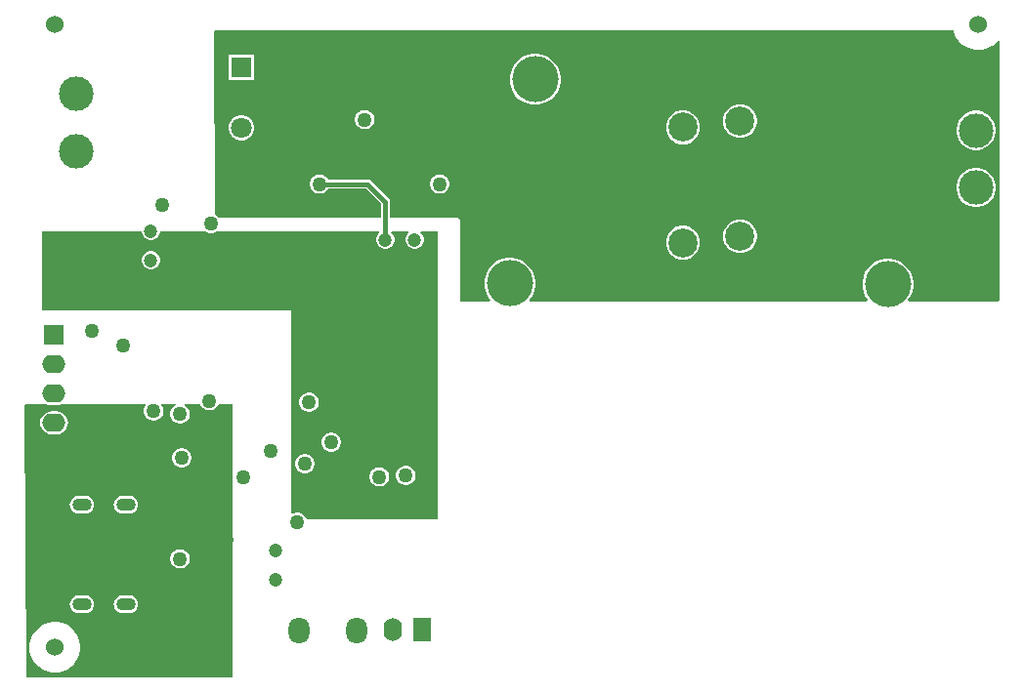
<source format=gbr>
G04*
G04 #@! TF.GenerationSoftware,Altium Limited,Altium Designer,23.0.1 (38)*
G04*
G04 Layer_Physical_Order=3*
G04 Layer_Color=16440176*
%FSLAX25Y25*%
%MOIN*%
G70*
G04*
G04 #@! TF.SameCoordinates,8278F28E-5B15-4BE8-8149-663F5D52C5DE*
G04*
G04*
G04 #@! TF.FilePolarity,Positive*
G04*
G01*
G75*
%ADD62C,0.01500*%
%ADD63O,0.06693X0.04331*%
%ADD64C,0.06000*%
%ADD65C,0.11811*%
%ADD66C,0.09937*%
%ADD67C,0.15748*%
%ADD68R,0.07087X0.07087*%
%ADD69C,0.07087*%
%ADD70R,0.07087X0.07087*%
%ADD71O,0.07874X0.06299*%
%ADD72O,0.07087X0.09055*%
%ADD73R,0.06299X0.07874*%
%ADD74O,0.06299X0.07874*%
%ADD75C,0.04724*%
%ADD76C,0.05000*%
G36*
X145500Y55500D02*
X100635D01*
X100563Y55769D01*
X100131Y56519D01*
X99519Y57131D01*
X98769Y57563D01*
X97933Y57787D01*
X97067D01*
X96231Y57563D01*
X95933Y57391D01*
X95500Y57641D01*
Y127000D01*
X10500D01*
Y154000D01*
X44350D01*
Y153585D01*
X44565Y152784D01*
X44980Y152066D01*
X45566Y151480D01*
X46284Y151065D01*
X47085Y150850D01*
X47915D01*
X48716Y151065D01*
X49434Y151480D01*
X50020Y152066D01*
X50435Y152784D01*
X50650Y153585D01*
Y154000D01*
X65851D01*
X65982Y153869D01*
X66731Y153437D01*
X67567Y153213D01*
X68433D01*
X69269Y153437D01*
X70019Y153869D01*
X70149Y154000D01*
X125397D01*
X125540Y153593D01*
X125546Y153500D01*
X124980Y152934D01*
X124565Y152216D01*
X124350Y151415D01*
Y150585D01*
X124565Y149784D01*
X124980Y149066D01*
X125566Y148480D01*
X126284Y148065D01*
X127085Y147850D01*
X127915D01*
X128716Y148065D01*
X129434Y148480D01*
X130020Y149066D01*
X130435Y149784D01*
X130650Y150585D01*
Y151415D01*
X130435Y152216D01*
X130020Y152934D01*
X129454Y153500D01*
X129460Y153593D01*
X129603Y154000D01*
X135397D01*
X135540Y153593D01*
X135546Y153500D01*
X134980Y152934D01*
X134565Y152216D01*
X134350Y151415D01*
Y150585D01*
X134565Y149784D01*
X134980Y149066D01*
X135566Y148480D01*
X136284Y148065D01*
X137085Y147850D01*
X137915D01*
X138716Y148065D01*
X139434Y148480D01*
X140020Y149066D01*
X140435Y149784D01*
X140650Y150585D01*
Y151415D01*
X140435Y152216D01*
X140020Y152934D01*
X139454Y153500D01*
X139460Y153593D01*
X139603Y154000D01*
X145500D01*
Y55500D01*
D02*
G37*
G36*
X321443Y221883D02*
X322096Y220307D01*
X323044Y218888D01*
X324250Y217682D01*
X325669Y216734D01*
X327245Y216081D01*
X328919Y215748D01*
X330625D01*
X332298Y216081D01*
X333874Y216734D01*
X335293Y217682D01*
X336499Y218888D01*
X336522Y218921D01*
X337000Y218776D01*
Y130153D01*
X336538Y129962D01*
X336500Y130000D01*
X306042D01*
X305775Y130500D01*
X306569Y131689D01*
X307222Y133265D01*
X307555Y134938D01*
Y136644D01*
X307222Y138318D01*
X306569Y139894D01*
X305622Y141313D01*
X304415Y142519D01*
X302996Y143467D01*
X301420Y144120D01*
X299747Y144453D01*
X298041D01*
X296367Y144120D01*
X294791Y143467D01*
X293372Y142519D01*
X292166Y141313D01*
X291218Y139894D01*
X290565Y138318D01*
X290232Y136644D01*
Y134938D01*
X290565Y133265D01*
X291218Y131689D01*
X292012Y130500D01*
X291745Y130000D01*
X176824D01*
X176632Y130462D01*
X176673Y130502D01*
X177620Y131921D01*
X178273Y133497D01*
X178606Y135171D01*
Y136877D01*
X178273Y138550D01*
X177620Y140126D01*
X176673Y141545D01*
X175466Y142751D01*
X174048Y143699D01*
X172471Y144352D01*
X170798Y144685D01*
X169092D01*
X167418Y144352D01*
X165842Y143699D01*
X164424Y142751D01*
X163217Y141545D01*
X162269Y140126D01*
X161616Y138550D01*
X161284Y136877D01*
Y135171D01*
X161616Y133497D01*
X162269Y131921D01*
X163217Y130502D01*
X163258Y130462D01*
X163066Y130000D01*
X153000D01*
Y158000D01*
X152500Y158500D01*
X129068D01*
Y164000D01*
X128948Y164600D01*
X128608Y165108D01*
X122608Y171108D01*
X122100Y171448D01*
X121500Y171567D01*
X107891D01*
X107631Y172019D01*
X107018Y172631D01*
X106269Y173063D01*
X105433Y173287D01*
X104567D01*
X103731Y173063D01*
X102981Y172631D01*
X102369Y172019D01*
X101937Y171269D01*
X101713Y170433D01*
Y169567D01*
X101937Y168731D01*
X102369Y167982D01*
X102981Y167369D01*
X103731Y166937D01*
X104567Y166713D01*
X105433D01*
X106269Y166937D01*
X107018Y167369D01*
X107631Y167982D01*
X107891Y168432D01*
X120851D01*
X125933Y163351D01*
Y158500D01*
X70641D01*
X70631Y158519D01*
X70019Y159131D01*
X69493Y159434D01*
X69000Y222000D01*
X69500Y222500D01*
X321320D01*
X321443Y221883D01*
D02*
G37*
G36*
X75500Y1500D02*
X5500D01*
X5000Y2000D01*
X4373Y94645D01*
X4725Y95000D01*
X11874D01*
X12685Y94664D01*
X13713Y94529D01*
X15287D01*
X16315Y94664D01*
X17126Y95000D01*
X45698D01*
X45794Y94766D01*
X45859Y94500D01*
X45437Y93769D01*
X45213Y92933D01*
Y92067D01*
X45437Y91231D01*
X45869Y90482D01*
X46481Y89869D01*
X47231Y89437D01*
X48067Y89213D01*
X48933D01*
X49769Y89437D01*
X50519Y89869D01*
X51131Y90482D01*
X51563Y91231D01*
X51787Y92067D01*
Y92933D01*
X51563Y93769D01*
X51141Y94500D01*
X51205Y94766D01*
X51302Y95000D01*
X56009D01*
X56121Y94500D01*
X55481Y94131D01*
X54869Y93519D01*
X54437Y92769D01*
X54213Y91933D01*
Y91067D01*
X54437Y90231D01*
X54869Y89482D01*
X55481Y88869D01*
X56231Y88437D01*
X57067Y88213D01*
X57933D01*
X58769Y88437D01*
X59518Y88869D01*
X60131Y89482D01*
X60563Y90231D01*
X60787Y91067D01*
Y91933D01*
X60563Y92769D01*
X60131Y93519D01*
X59518Y94131D01*
X58879Y94500D01*
X58991Y95000D01*
X64365D01*
X64437Y94731D01*
X64869Y93981D01*
X65482Y93369D01*
X66231Y92937D01*
X67067Y92713D01*
X67933D01*
X68769Y92937D01*
X69519Y93369D01*
X70131Y93981D01*
X70563Y94731D01*
X70635Y95000D01*
X75500D01*
Y1500D01*
D02*
G37*
%LPC*%
G36*
X47915Y147150D02*
X47085D01*
X46284Y146935D01*
X45566Y146520D01*
X44980Y145934D01*
X44565Y145216D01*
X44350Y144415D01*
Y143585D01*
X44565Y142784D01*
X44980Y142066D01*
X45566Y141480D01*
X46284Y141065D01*
X47085Y140850D01*
X47915D01*
X48716Y141065D01*
X49434Y141480D01*
X50020Y142066D01*
X50435Y142784D01*
X50650Y143585D01*
Y144415D01*
X50435Y145216D01*
X50020Y145934D01*
X49434Y146520D01*
X48716Y146935D01*
X47915Y147150D01*
D02*
G37*
G36*
X101933Y98787D02*
X101067D01*
X100231Y98563D01*
X99481Y98131D01*
X98869Y97518D01*
X98437Y96769D01*
X98213Y95933D01*
Y95067D01*
X98437Y94231D01*
X98869Y93481D01*
X99481Y92869D01*
X100231Y92437D01*
X101067Y92213D01*
X101933D01*
X102769Y92437D01*
X103518Y92869D01*
X104131Y93481D01*
X104563Y94231D01*
X104787Y95067D01*
Y95933D01*
X104563Y96769D01*
X104131Y97518D01*
X103518Y98131D01*
X102769Y98563D01*
X101933Y98787D01*
D02*
G37*
G36*
X109528Y85191D02*
X108662D01*
X107826Y84967D01*
X107076Y84534D01*
X106464Y83922D01*
X106032Y83172D01*
X105807Y82336D01*
Y81471D01*
X106032Y80634D01*
X106464Y79885D01*
X107076Y79273D01*
X107826Y78840D01*
X108662Y78616D01*
X109528D01*
X110364Y78840D01*
X111114Y79273D01*
X111725Y79885D01*
X112158Y80634D01*
X112382Y81471D01*
Y82336D01*
X112158Y83172D01*
X111725Y83922D01*
X111114Y84534D01*
X110364Y84967D01*
X109528Y85191D01*
D02*
G37*
G36*
X100433Y77787D02*
X99567D01*
X98731Y77563D01*
X97982Y77131D01*
X97369Y76518D01*
X96937Y75769D01*
X96713Y74933D01*
Y74067D01*
X96937Y73231D01*
X97369Y72482D01*
X97982Y71869D01*
X98731Y71437D01*
X99567Y71213D01*
X100433D01*
X101269Y71437D01*
X102018Y71869D01*
X102631Y72482D01*
X103063Y73231D01*
X103287Y74067D01*
Y74933D01*
X103063Y75769D01*
X102631Y76518D01*
X102018Y77131D01*
X101269Y77563D01*
X100433Y77787D01*
D02*
G37*
G36*
X134933Y73787D02*
X134067D01*
X133231Y73563D01*
X132482Y73131D01*
X131869Y72518D01*
X131437Y71769D01*
X131213Y70933D01*
Y70067D01*
X131437Y69231D01*
X131869Y68481D01*
X132482Y67869D01*
X133231Y67437D01*
X134067Y67213D01*
X134933D01*
X135769Y67437D01*
X136519Y67869D01*
X137131Y68481D01*
X137563Y69231D01*
X137787Y70067D01*
Y70933D01*
X137563Y71769D01*
X137131Y72518D01*
X136519Y73131D01*
X135769Y73563D01*
X134933Y73787D01*
D02*
G37*
G36*
X125933Y73287D02*
X125067D01*
X124231Y73063D01*
X123482Y72631D01*
X122869Y72018D01*
X122437Y71269D01*
X122213Y70433D01*
Y69567D01*
X122437Y68731D01*
X122869Y67981D01*
X123482Y67369D01*
X124231Y66937D01*
X125067Y66713D01*
X125933D01*
X126769Y66937D01*
X127518Y67369D01*
X128131Y67981D01*
X128563Y68731D01*
X128787Y69567D01*
Y70433D01*
X128563Y71269D01*
X128131Y72018D01*
X127518Y72631D01*
X126769Y73063D01*
X125933Y73287D01*
D02*
G37*
G36*
X82831Y214067D02*
X74169D01*
Y205405D01*
X82831D01*
Y214067D01*
D02*
G37*
G36*
X179459Y214370D02*
X177753D01*
X176080Y214037D01*
X174504Y213384D01*
X173085Y212436D01*
X171879Y211230D01*
X170931Y209811D01*
X170278Y208235D01*
X169945Y206562D01*
Y204856D01*
X170278Y203182D01*
X170931Y201606D01*
X171879Y200187D01*
X173085Y198981D01*
X174504Y198033D01*
X176080Y197380D01*
X177753Y197047D01*
X179459D01*
X181133Y197380D01*
X182709Y198033D01*
X184128Y198981D01*
X185334Y200187D01*
X186282Y201606D01*
X186935Y203182D01*
X187268Y204856D01*
Y206562D01*
X186935Y208235D01*
X186282Y209811D01*
X185334Y211230D01*
X184128Y212436D01*
X182709Y213384D01*
X181133Y214037D01*
X179459Y214370D01*
D02*
G37*
G36*
X120933Y195287D02*
X120067D01*
X119231Y195063D01*
X118482Y194631D01*
X117869Y194018D01*
X117437Y193269D01*
X117213Y192433D01*
Y191567D01*
X117437Y190731D01*
X117869Y189981D01*
X118482Y189369D01*
X119231Y188937D01*
X120067Y188713D01*
X120933D01*
X121769Y188937D01*
X122519Y189369D01*
X123131Y189981D01*
X123563Y190731D01*
X123787Y191567D01*
Y192433D01*
X123563Y193269D01*
X123131Y194018D01*
X122519Y194631D01*
X121769Y195063D01*
X120933Y195287D01*
D02*
G37*
G36*
X249258Y197256D02*
X247742D01*
X246278Y196864D01*
X244966Y196106D01*
X243894Y195034D01*
X243136Y193722D01*
X242744Y192258D01*
Y190742D01*
X243136Y189278D01*
X243894Y187966D01*
X244966Y186894D01*
X246278Y186136D01*
X247742Y185744D01*
X249258D01*
X250722Y186136D01*
X252034Y186894D01*
X253106Y187966D01*
X253864Y189278D01*
X254256Y190742D01*
Y192258D01*
X253864Y193722D01*
X253106Y195034D01*
X252034Y196106D01*
X250722Y196864D01*
X249258Y197256D01*
D02*
G37*
G36*
X79070Y193595D02*
X77930D01*
X76828Y193299D01*
X75841Y192729D01*
X75035Y191923D01*
X74464Y190935D01*
X74169Y189834D01*
Y188694D01*
X74464Y187592D01*
X75035Y186605D01*
X75841Y185798D01*
X76828Y185228D01*
X77930Y184933D01*
X79070D01*
X80172Y185228D01*
X81159Y185798D01*
X81965Y186605D01*
X82536Y187592D01*
X82831Y188694D01*
Y189834D01*
X82536Y190935D01*
X81965Y191923D01*
X81159Y192729D01*
X80172Y193299D01*
X79070Y193595D01*
D02*
G37*
G36*
X229758Y195126D02*
X228242D01*
X226778Y194734D01*
X225466Y193976D01*
X224394Y192904D01*
X223636Y191592D01*
X223244Y190128D01*
Y188612D01*
X223636Y187148D01*
X224394Y185836D01*
X225466Y184764D01*
X226778Y184006D01*
X228242Y183614D01*
X229758D01*
X231222Y184006D01*
X232534Y184764D01*
X233606Y185836D01*
X234364Y187148D01*
X234756Y188612D01*
Y190128D01*
X234364Y191592D01*
X233606Y192904D01*
X232534Y193976D01*
X231222Y194734D01*
X229758Y195126D01*
D02*
G37*
G36*
X329659Y195035D02*
X328341D01*
X327048Y194778D01*
X325830Y194274D01*
X324733Y193541D01*
X323801Y192609D01*
X323069Y191513D01*
X322564Y190295D01*
X322307Y189002D01*
Y187683D01*
X322564Y186390D01*
X323069Y185172D01*
X323801Y184076D01*
X324733Y183144D01*
X325830Y182411D01*
X327048Y181907D01*
X328341Y181650D01*
X329659D01*
X330952Y181907D01*
X332170Y182411D01*
X333266Y183144D01*
X334199Y184076D01*
X334931Y185172D01*
X335436Y186390D01*
X335693Y187683D01*
Y189002D01*
X335436Y190295D01*
X334931Y191513D01*
X334199Y192609D01*
X333266Y193541D01*
X332170Y194274D01*
X330952Y194778D01*
X329659Y195035D01*
D02*
G37*
G36*
X146433Y173287D02*
X145567D01*
X144731Y173063D01*
X143982Y172631D01*
X143369Y172019D01*
X142937Y171269D01*
X142713Y170433D01*
Y169567D01*
X142937Y168731D01*
X143369Y167982D01*
X143982Y167369D01*
X144731Y166937D01*
X145567Y166713D01*
X146433D01*
X147269Y166937D01*
X148019Y167369D01*
X148631Y167982D01*
X149063Y168731D01*
X149287Y169567D01*
Y170433D01*
X149063Y171269D01*
X148631Y172019D01*
X148019Y172631D01*
X147269Y173063D01*
X146433Y173287D01*
D02*
G37*
G36*
X329659Y175508D02*
X328341D01*
X327048Y175251D01*
X325830Y174746D01*
X324733Y174014D01*
X323801Y173081D01*
X323069Y171985D01*
X322564Y170767D01*
X322307Y169474D01*
Y168156D01*
X322564Y166863D01*
X323069Y165645D01*
X323801Y164549D01*
X324733Y163616D01*
X325830Y162884D01*
X327048Y162379D01*
X328341Y162122D01*
X329659D01*
X330952Y162379D01*
X332170Y162884D01*
X333266Y163616D01*
X334199Y164549D01*
X334931Y165645D01*
X335436Y166863D01*
X335693Y168156D01*
Y169474D01*
X335436Y170767D01*
X334931Y171985D01*
X334199Y173081D01*
X333266Y174014D01*
X332170Y174746D01*
X330952Y175251D01*
X329659Y175508D01*
D02*
G37*
G36*
X249258Y157886D02*
X247742D01*
X246278Y157494D01*
X244966Y156736D01*
X243894Y155664D01*
X243136Y154352D01*
X242744Y152888D01*
Y151372D01*
X243136Y149908D01*
X243894Y148596D01*
X244966Y147524D01*
X246278Y146766D01*
X247742Y146374D01*
X249258D01*
X250722Y146766D01*
X252034Y147524D01*
X253106Y148596D01*
X253864Y149908D01*
X254256Y151372D01*
Y152888D01*
X253864Y154352D01*
X253106Y155664D01*
X252034Y156736D01*
X250722Y157494D01*
X249258Y157886D01*
D02*
G37*
G36*
X229758Y155756D02*
X228242D01*
X226778Y155364D01*
X225466Y154606D01*
X224394Y153534D01*
X223636Y152222D01*
X223244Y150758D01*
Y149242D01*
X223636Y147778D01*
X224394Y146466D01*
X225466Y145394D01*
X226778Y144636D01*
X228242Y144244D01*
X229758D01*
X231222Y144636D01*
X232534Y145394D01*
X233606Y146466D01*
X234364Y147778D01*
X234756Y149242D01*
Y150758D01*
X234364Y152222D01*
X233606Y153534D01*
X232534Y154606D01*
X231222Y155364D01*
X229758Y155756D01*
D02*
G37*
G36*
X15287Y92471D02*
X13713D01*
X12685Y92336D01*
X11727Y91939D01*
X10905Y91308D01*
X10274Y90486D01*
X9877Y89528D01*
X9742Y88500D01*
X9877Y87472D01*
X10274Y86515D01*
X10905Y85692D01*
X11727Y85061D01*
X12685Y84664D01*
X13713Y84529D01*
X15287D01*
X16315Y84664D01*
X17273Y85061D01*
X18095Y85692D01*
X18726Y86515D01*
X19123Y87472D01*
X19258Y88500D01*
X19123Y89528D01*
X18726Y90486D01*
X18095Y91308D01*
X17273Y91939D01*
X16315Y92336D01*
X15287Y92471D01*
D02*
G37*
G36*
X58433Y79787D02*
X57567D01*
X56731Y79563D01*
X55981Y79131D01*
X55369Y78518D01*
X54937Y77769D01*
X54713Y76933D01*
Y76067D01*
X54937Y75231D01*
X55369Y74481D01*
X55981Y73869D01*
X56731Y73437D01*
X57567Y73213D01*
X58433D01*
X59269Y73437D01*
X60018Y73869D01*
X60631Y74481D01*
X61063Y75231D01*
X61287Y76067D01*
Y76933D01*
X61063Y77769D01*
X60631Y78518D01*
X60018Y79131D01*
X59269Y79563D01*
X58433Y79787D01*
D02*
G37*
G36*
X40142Y63478D02*
X37780D01*
X37009Y63377D01*
X36290Y63079D01*
X35674Y62606D01*
X35200Y61989D01*
X34903Y61271D01*
X34801Y60500D01*
X34903Y59729D01*
X35200Y59011D01*
X35674Y58394D01*
X36290Y57921D01*
X37009Y57623D01*
X37780Y57522D01*
X40142D01*
X40913Y57623D01*
X41631Y57921D01*
X42248Y58394D01*
X42721Y59011D01*
X43018Y59729D01*
X43120Y60500D01*
X43018Y61271D01*
X42721Y61989D01*
X42248Y62606D01*
X41631Y63079D01*
X40913Y63377D01*
X40142Y63478D01*
D02*
G37*
G36*
X25181D02*
X22819D01*
X22048Y63377D01*
X21330Y63079D01*
X20713Y62606D01*
X20240Y61989D01*
X19942Y61271D01*
X19841Y60500D01*
X19942Y59729D01*
X20240Y59011D01*
X20713Y58394D01*
X21330Y57921D01*
X22048Y57623D01*
X22819Y57522D01*
X25181D01*
X25952Y57623D01*
X26670Y57921D01*
X27287Y58394D01*
X27760Y59011D01*
X28058Y59729D01*
X28159Y60500D01*
X28058Y61271D01*
X27760Y61989D01*
X27287Y62606D01*
X26670Y63079D01*
X25952Y63377D01*
X25181Y63478D01*
D02*
G37*
G36*
X57933Y45287D02*
X57067D01*
X56231Y45063D01*
X55481Y44631D01*
X54869Y44019D01*
X54437Y43269D01*
X54213Y42433D01*
Y41567D01*
X54437Y40731D01*
X54869Y39981D01*
X55481Y39369D01*
X56231Y38937D01*
X57067Y38713D01*
X57933D01*
X58769Y38937D01*
X59518Y39369D01*
X60131Y39981D01*
X60563Y40731D01*
X60787Y41567D01*
Y42433D01*
X60563Y43269D01*
X60131Y44019D01*
X59518Y44631D01*
X58769Y45063D01*
X57933Y45287D01*
D02*
G37*
G36*
X40142Y29463D02*
X37780D01*
X37009Y29361D01*
X36290Y29063D01*
X35674Y28590D01*
X35200Y27973D01*
X34903Y27255D01*
X34801Y26484D01*
X34903Y25713D01*
X35200Y24995D01*
X35674Y24378D01*
X36290Y23905D01*
X37009Y23607D01*
X37780Y23506D01*
X40142D01*
X40913Y23607D01*
X41631Y23905D01*
X42248Y24378D01*
X42721Y24995D01*
X43018Y25713D01*
X43120Y26484D01*
X43018Y27255D01*
X42721Y27973D01*
X42248Y28590D01*
X41631Y29063D01*
X40913Y29361D01*
X40142Y29463D01*
D02*
G37*
G36*
X25181D02*
X22819D01*
X22048Y29361D01*
X21330Y29063D01*
X20713Y28590D01*
X20240Y27973D01*
X19942Y27255D01*
X19841Y26484D01*
X19942Y25713D01*
X20240Y24995D01*
X20713Y24378D01*
X21330Y23905D01*
X22048Y23607D01*
X22819Y23506D01*
X25181D01*
X25952Y23607D01*
X26670Y23905D01*
X27287Y24378D01*
X27760Y24995D01*
X28058Y25713D01*
X28159Y26484D01*
X28058Y27255D01*
X27760Y27973D01*
X27287Y28590D01*
X26670Y29063D01*
X25952Y29361D01*
X25181Y29463D01*
D02*
G37*
G36*
X15664Y20472D02*
X13958D01*
X12285Y20140D01*
X10708Y19487D01*
X9290Y18539D01*
X8083Y17332D01*
X7135Y15914D01*
X6482Y14337D01*
X6150Y12664D01*
Y10958D01*
X6482Y9285D01*
X7135Y7708D01*
X8083Y6290D01*
X9290Y5083D01*
X10708Y4135D01*
X12285Y3483D01*
X13958Y3150D01*
X15664D01*
X17337Y3483D01*
X18914Y4135D01*
X20332Y5083D01*
X21539Y6290D01*
X22487Y7708D01*
X23140Y9285D01*
X23472Y10958D01*
Y12664D01*
X23140Y14337D01*
X22487Y15914D01*
X21539Y17332D01*
X20332Y18539D01*
X18914Y19487D01*
X17337Y20140D01*
X15664Y20472D01*
D02*
G37*
%LPD*%
D62*
X105000Y170000D02*
X121500D01*
X127500Y164000D01*
Y151000D02*
Y164000D01*
D63*
X38961Y60500D02*
D03*
Y26484D02*
D03*
X24000Y60500D02*
D03*
Y26484D02*
D03*
D64*
X14811Y224410D02*
D03*
X329772D02*
D03*
X14811Y11811D02*
D03*
D65*
X22000Y181315D02*
D03*
Y200842D02*
D03*
X329000Y188342D02*
D03*
Y168815D02*
D03*
D66*
X248500Y152130D02*
D03*
Y191500D02*
D03*
X229000Y189370D02*
D03*
Y150000D02*
D03*
D67*
X298894Y135791D02*
D03*
X307555Y205476D02*
D03*
X178606Y205709D02*
D03*
X169945Y136024D02*
D03*
D68*
X78500Y209736D02*
D03*
D69*
Y189264D02*
D03*
Y199500D02*
D03*
D70*
X14500Y118500D02*
D03*
D71*
Y108500D02*
D03*
Y98500D02*
D03*
Y88500D02*
D03*
D72*
X117842Y17500D02*
D03*
X98158D02*
D03*
D73*
X140000Y18000D02*
D03*
D74*
X130000D02*
D03*
D75*
X137500Y151000D02*
D03*
X127500D02*
D03*
X47500Y144000D02*
D03*
Y154000D02*
D03*
X90000Y45000D02*
D03*
Y35000D02*
D03*
D76*
X30500Y39000D02*
D03*
X31000Y49000D02*
D03*
X73500Y48500D02*
D03*
X134500Y70500D02*
D03*
X105000Y170000D02*
D03*
X125500Y70000D02*
D03*
X120500Y192000D02*
D03*
X51500Y163000D02*
D03*
X109095Y81903D02*
D03*
X38000Y115000D02*
D03*
X27500Y120000D02*
D03*
X101500Y213500D02*
D03*
X89000Y212000D02*
D03*
X146000Y170000D02*
D03*
X81000Y136000D02*
D03*
X48500Y92500D02*
D03*
X57500Y91500D02*
D03*
X58000Y76500D02*
D03*
X79000Y70000D02*
D03*
X88500Y79000D02*
D03*
X132500Y107000D02*
D03*
X100000Y67000D02*
D03*
X31000Y134000D02*
D03*
X18500Y134500D02*
D03*
X68000Y156500D02*
D03*
X101500Y95500D02*
D03*
X67500Y96000D02*
D03*
X97500Y54500D02*
D03*
X100000Y74500D02*
D03*
X57500Y42000D02*
D03*
Y67500D02*
D03*
X63000Y36500D02*
D03*
M02*

</source>
